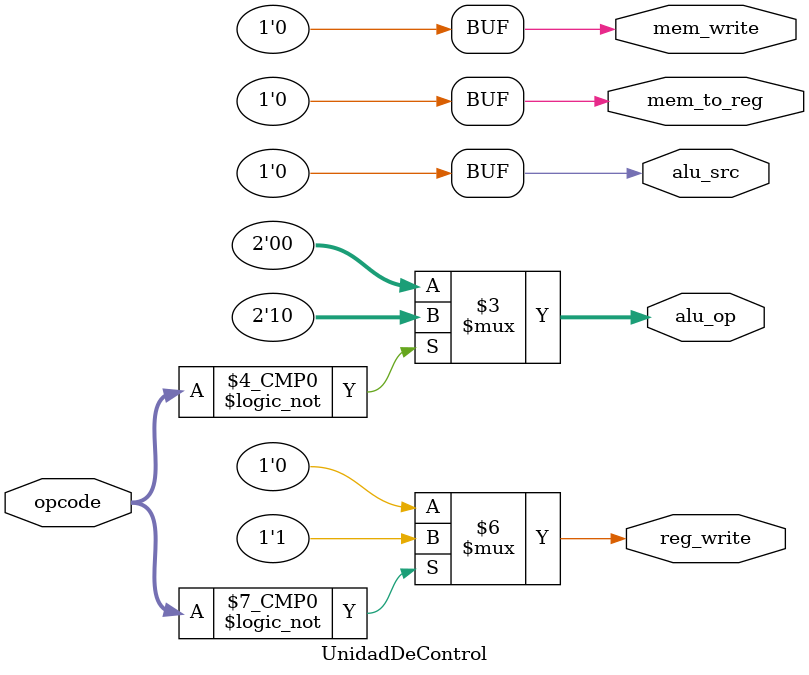
<source format=v>
`timescale 1ns/1ns
module UnidadDeControl(
    input wire [5:0] opcode,
    output reg reg_write,
    output reg mem_to_reg,
    output reg mem_write,
    output reg alu_src,
    output reg [1:0] alu_op
);

//2. Elementos internos
// No se requieren elementos internos adicionales

//3. Cuerpo
    always @(*) begin
        // Valores por defecto
        reg_write = 1'b0;
        mem_to_reg = 1'b0;
        mem_write = 1'b0;
        alu_src = 1'b0;
        alu_op = 2'b00;

        case(opcode)
            6'b000000: begin // Tipo R
                reg_write = 1'b1;
                alu_op = 2'b10;
            end
            default: begin
                reg_write = 1'b0;
                alu_op = 2'b00;
            end
        endcase
    end

endmodule

</source>
